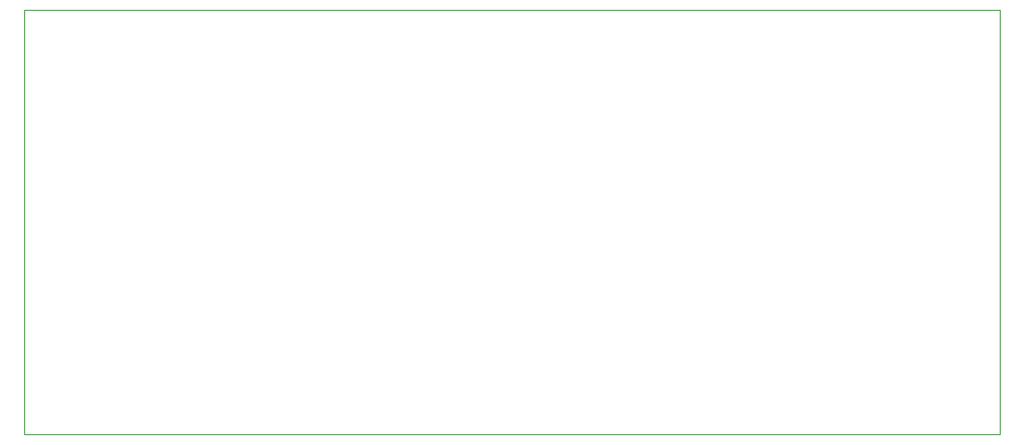
<source format=gm1>
G04*
G04 #@! TF.GenerationSoftware,Altium Limited,Altium Designer,25.6.2 (33)*
G04*
G04 Layer_Color=16711935*
%FSLAX44Y44*%
%MOMM*%
G71*
G04*
G04 #@! TF.SameCoordinates,51367FFA-E2D0-4688-BCD1-F7C66F822469*
G04*
G04*
G04 #@! TF.FilePolarity,Positive*
G04*
G01*
G75*
%ADD90C,0.0500*%
D90*
X920000Y0D02*
Y400000D01*
X0Y0D02*
Y400000D01*
X920000D01*
X0Y0D02*
X920000D01*
M02*

</source>
